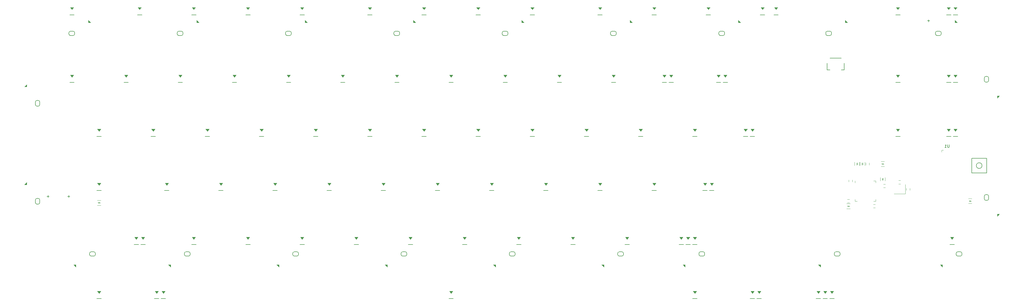
<source format=gbr>
%TF.GenerationSoftware,KiCad,Pcbnew,(5.1.10)-1*%
%TF.CreationDate,2022-04-07T18:11:12+07:00*%
%TF.ProjectId,solder,736f6c64-6572-42e6-9b69-6361645f7063,rev?*%
%TF.SameCoordinates,Original*%
%TF.FileFunction,Legend,Bot*%
%TF.FilePolarity,Positive*%
%FSLAX46Y46*%
G04 Gerber Fmt 4.6, Leading zero omitted, Abs format (unit mm)*
G04 Created by KiCad (PCBNEW (5.1.10)-1) date 2022-04-07 18:11:12*
%MOMM*%
%LPD*%
G01*
G04 APERTURE LIST*
%ADD10C,0.120000*%
%ADD11C,0.150000*%
%ADD12C,0.100000*%
G04 APERTURE END LIST*
D10*
%TO.C,U1*%
X339209349Y-76120690D02*
X339209349Y-76755690D01*
X339844349Y-76120690D02*
X339209349Y-76120690D01*
D11*
%TO.C,SW1*%
X349825296Y-84157881D02*
X355025296Y-84157881D01*
X355025296Y-84157881D02*
X355025296Y-78957881D01*
X355025296Y-78957881D02*
X349825296Y-78957881D01*
X349825296Y-78957881D02*
X349825296Y-84157881D01*
X353425296Y-81557881D02*
G75*
G03*
X353425296Y-81557881I-1000000J0D01*
G01*
D10*
%TO.C,R3*%
X43462536Y-93774767D02*
X42262536Y-93774767D01*
X42262536Y-95534767D02*
X43462536Y-95534767D01*
D12*
X43012536Y-94854767D02*
X43112536Y-94454767D01*
X42912536Y-94454767D02*
X43012536Y-94854767D01*
X42712536Y-94454767D02*
X42812536Y-94854767D01*
X42512536Y-94454767D02*
X42612536Y-94854767D01*
X42612536Y-94854767D02*
X42712536Y-94454767D01*
X43112536Y-94454767D02*
X43212536Y-94854767D01*
X42812536Y-94854767D02*
X42912536Y-94454767D01*
%TO.C,R2*%
X318542455Y-80762568D02*
X318442455Y-81162568D01*
X318242455Y-81162568D02*
X318142455Y-80762568D01*
X318742455Y-80762568D02*
X318642455Y-81162568D01*
X318842455Y-81162568D02*
X318742455Y-80762568D01*
X318642455Y-81162568D02*
X318542455Y-80762568D01*
X318442455Y-81162568D02*
X318342455Y-80762568D01*
X318342455Y-80762568D02*
X318242455Y-81162568D01*
D10*
X319092455Y-80082568D02*
X317892455Y-80082568D01*
X317892455Y-81842568D02*
X319092455Y-81842568D01*
D11*
%TO.C,RGB22*%
X73387656Y-113450096D02*
X74387656Y-113450096D01*
X74887656Y-112950096D02*
X74887656Y-112450096D01*
X74387656Y-111950096D02*
X73387656Y-111950096D01*
X72887656Y-112450096D02*
X72887656Y-112950096D01*
D12*
G36*
X67237656Y-116500096D02*
G01*
X68037656Y-116500096D01*
X68037656Y-117300096D01*
X67237656Y-116500096D01*
G37*
X67237656Y-116500096D02*
X68037656Y-116500096D01*
X68037656Y-117300096D01*
X67237656Y-116500096D01*
D11*
X74387656Y-113450096D02*
G75*
G03*
X74887656Y-112950096I0J500000D01*
G01*
X72887656Y-112950096D02*
G75*
G03*
X73387656Y-113450096I500000J0D01*
G01*
X73387656Y-111950096D02*
G75*
G03*
X72887656Y-112450096I0J-500000D01*
G01*
X74887656Y-112450096D02*
G75*
G03*
X74387656Y-111950096I-500000J0D01*
G01*
%TO.C,RGB21*%
X111487656Y-113450096D02*
X112487656Y-113450096D01*
X112987656Y-112950096D02*
X112987656Y-112450096D01*
X112487656Y-111950096D02*
X111487656Y-111950096D01*
X110987656Y-112450096D02*
X110987656Y-112950096D01*
D12*
G36*
X105337656Y-116500096D02*
G01*
X106137656Y-116500096D01*
X106137656Y-117300096D01*
X105337656Y-116500096D01*
G37*
X105337656Y-116500096D02*
X106137656Y-116500096D01*
X106137656Y-117300096D01*
X105337656Y-116500096D01*
D11*
X112487656Y-113450096D02*
G75*
G03*
X112987656Y-112950096I0J500000D01*
G01*
X110987656Y-112950096D02*
G75*
G03*
X111487656Y-113450096I500000J0D01*
G01*
X111487656Y-111950096D02*
G75*
G03*
X110987656Y-112450096I0J-500000D01*
G01*
X112987656Y-112450096D02*
G75*
G03*
X112487656Y-111950096I-500000J0D01*
G01*
%TO.C,RGB20*%
X149587656Y-113450096D02*
X150587656Y-113450096D01*
X151087656Y-112950096D02*
X151087656Y-112450096D01*
X150587656Y-111950096D02*
X149587656Y-111950096D01*
X149087656Y-112450096D02*
X149087656Y-112950096D01*
D12*
G36*
X143437656Y-116500096D02*
G01*
X144237656Y-116500096D01*
X144237656Y-117300096D01*
X143437656Y-116500096D01*
G37*
X143437656Y-116500096D02*
X144237656Y-116500096D01*
X144237656Y-117300096D01*
X143437656Y-116500096D01*
D11*
X150587656Y-113450096D02*
G75*
G03*
X151087656Y-112950096I0J500000D01*
G01*
X149087656Y-112950096D02*
G75*
G03*
X149587656Y-113450096I500000J0D01*
G01*
X149587656Y-111950096D02*
G75*
G03*
X149087656Y-112450096I0J-500000D01*
G01*
X151087656Y-112450096D02*
G75*
G03*
X150587656Y-111950096I-500000J0D01*
G01*
%TO.C,RGB19*%
X187687656Y-113450096D02*
X188687656Y-113450096D01*
X189187656Y-112950096D02*
X189187656Y-112450096D01*
X188687656Y-111950096D02*
X187687656Y-111950096D01*
X187187656Y-112450096D02*
X187187656Y-112950096D01*
D12*
G36*
X181537656Y-116500096D02*
G01*
X182337656Y-116500096D01*
X182337656Y-117300096D01*
X181537656Y-116500096D01*
G37*
X181537656Y-116500096D02*
X182337656Y-116500096D01*
X182337656Y-117300096D01*
X181537656Y-116500096D01*
D11*
X188687656Y-113450096D02*
G75*
G03*
X189187656Y-112950096I0J500000D01*
G01*
X187187656Y-112950096D02*
G75*
G03*
X187687656Y-113450096I500000J0D01*
G01*
X187687656Y-111950096D02*
G75*
G03*
X187187656Y-112450096I0J-500000D01*
G01*
X189187656Y-112450096D02*
G75*
G03*
X188687656Y-111950096I-500000J0D01*
G01*
%TO.C,RGB18*%
X225787688Y-113450096D02*
X226787688Y-113450096D01*
X227287688Y-112950096D02*
X227287688Y-112450096D01*
X226787688Y-111950096D02*
X225787688Y-111950096D01*
X225287688Y-112450096D02*
X225287688Y-112950096D01*
D12*
G36*
X219637688Y-116500096D02*
G01*
X220437688Y-116500096D01*
X220437688Y-117300096D01*
X219637688Y-116500096D01*
G37*
X219637688Y-116500096D02*
X220437688Y-116500096D01*
X220437688Y-117300096D01*
X219637688Y-116500096D01*
D11*
X226787688Y-113450096D02*
G75*
G03*
X227287688Y-112950096I0J500000D01*
G01*
X225287688Y-112950096D02*
G75*
G03*
X225787688Y-113450096I500000J0D01*
G01*
X225787688Y-111950096D02*
G75*
G03*
X225287688Y-112450096I0J-500000D01*
G01*
X227287688Y-112450096D02*
G75*
G03*
X226787688Y-111950096I-500000J0D01*
G01*
%TO.C,RGB17*%
X254362712Y-113450096D02*
X255362712Y-113450096D01*
X255862712Y-112950096D02*
X255862712Y-112450096D01*
X255362712Y-111950096D02*
X254362712Y-111950096D01*
X253862712Y-112450096D02*
X253862712Y-112950096D01*
D12*
G36*
X248212712Y-116500096D02*
G01*
X249012712Y-116500096D01*
X249012712Y-117300096D01*
X248212712Y-116500096D01*
G37*
X248212712Y-116500096D02*
X249012712Y-116500096D01*
X249012712Y-117300096D01*
X248212712Y-116500096D01*
D11*
X255362712Y-113450096D02*
G75*
G03*
X255862712Y-112950096I0J500000D01*
G01*
X253862712Y-112950096D02*
G75*
G03*
X254362712Y-113450096I500000J0D01*
G01*
X254362712Y-111950096D02*
G75*
G03*
X253862712Y-112450096I0J-500000D01*
G01*
X255862712Y-112450096D02*
G75*
G03*
X255362712Y-111950096I-500000J0D01*
G01*
%TO.C,RGB16*%
X301987752Y-113450096D02*
X302987752Y-113450096D01*
X303487752Y-112950096D02*
X303487752Y-112450096D01*
X302987752Y-111950096D02*
X301987752Y-111950096D01*
X301487752Y-112450096D02*
X301487752Y-112950096D01*
D12*
G36*
X295837752Y-116500096D02*
G01*
X296637752Y-116500096D01*
X296637752Y-117300096D01*
X295837752Y-116500096D01*
G37*
X295837752Y-116500096D02*
X296637752Y-116500096D01*
X296637752Y-117300096D01*
X295837752Y-116500096D01*
D11*
X302987752Y-113450096D02*
G75*
G03*
X303487752Y-112950096I0J500000D01*
G01*
X301487752Y-112950096D02*
G75*
G03*
X301987752Y-113450096I500000J0D01*
G01*
X301987752Y-111950096D02*
G75*
G03*
X301487752Y-112450096I0J-500000D01*
G01*
X303487752Y-112450096D02*
G75*
G03*
X302987752Y-111950096I-500000J0D01*
G01*
%TO.C,RGB15*%
X344850288Y-113450096D02*
X345850288Y-113450096D01*
X346350288Y-112950096D02*
X346350288Y-112450096D01*
X345850288Y-111950096D02*
X344850288Y-111950096D01*
X344350288Y-112450096D02*
X344350288Y-112950096D01*
D12*
G36*
X338700288Y-116500096D02*
G01*
X339500288Y-116500096D01*
X339500288Y-117300096D01*
X338700288Y-116500096D01*
G37*
X338700288Y-116500096D02*
X339500288Y-116500096D01*
X339500288Y-117300096D01*
X338700288Y-116500096D01*
D11*
X345850288Y-113450096D02*
G75*
G03*
X346350288Y-112950096I0J500000D01*
G01*
X344350288Y-112950096D02*
G75*
G03*
X344850288Y-113450096I500000J0D01*
G01*
X344850288Y-111950096D02*
G75*
G03*
X344350288Y-112450096I0J-500000D01*
G01*
X346350288Y-112450096D02*
G75*
G03*
X345850288Y-111950096I-500000J0D01*
G01*
%TO.C,RGB14*%
X355742487Y-93300080D02*
X355742487Y-92300080D01*
X355242487Y-91800080D02*
X354742487Y-91800080D01*
X354242487Y-92300080D02*
X354242487Y-93300080D01*
X354742487Y-93800080D02*
X355242487Y-93800080D01*
D12*
G36*
X358792487Y-99450080D02*
G01*
X358792487Y-98650080D01*
X359592487Y-98650080D01*
X358792487Y-99450080D01*
G37*
X358792487Y-99450080D02*
X358792487Y-98650080D01*
X359592487Y-98650080D01*
X358792487Y-99450080D01*
D11*
X355742487Y-92300080D02*
G75*
G03*
X355242487Y-91800080I-500000J0D01*
G01*
X355242487Y-93800080D02*
G75*
G03*
X355742487Y-93300080I0J500000D01*
G01*
X354242487Y-93300080D02*
G75*
G03*
X354742487Y-93800080I500000J0D01*
G01*
X354742487Y-91800080D02*
G75*
G03*
X354242487Y-92300080I0J-500000D01*
G01*
%TO.C,RGB13*%
X40050032Y-113450096D02*
X41050032Y-113450096D01*
X41550032Y-112950096D02*
X41550032Y-112450096D01*
X41050032Y-111950096D02*
X40050032Y-111950096D01*
X39550032Y-112450096D02*
X39550032Y-112950096D01*
D12*
G36*
X33900032Y-116500096D02*
G01*
X34700032Y-116500096D01*
X34700032Y-117300096D01*
X33900032Y-116500096D01*
G37*
X33900032Y-116500096D02*
X34700032Y-116500096D01*
X34700032Y-117300096D01*
X33900032Y-116500096D01*
D11*
X41050032Y-113450096D02*
G75*
G03*
X41550032Y-112950096I0J500000D01*
G01*
X39550032Y-112950096D02*
G75*
G03*
X40050032Y-113450096I500000J0D01*
G01*
X40050032Y-111950096D02*
G75*
G03*
X39550032Y-112450096I0J-500000D01*
G01*
X41550032Y-112450096D02*
G75*
G03*
X41050032Y-111950096I-500000J0D01*
G01*
%TO.C,RGB12*%
X20495329Y-93628202D02*
X20495329Y-94628202D01*
X20995329Y-95128202D02*
X21495329Y-95128202D01*
X21995329Y-94628202D02*
X21995329Y-93628202D01*
X21495329Y-93128202D02*
X20995329Y-93128202D01*
D12*
G36*
X17445329Y-87478202D02*
G01*
X17445329Y-88278202D01*
X16645329Y-88278202D01*
X17445329Y-87478202D01*
G37*
X17445329Y-87478202D02*
X17445329Y-88278202D01*
X16645329Y-88278202D01*
X17445329Y-87478202D01*
D11*
X20495329Y-94628202D02*
G75*
G03*
X20995329Y-95128202I500000J0D01*
G01*
X20995329Y-93128202D02*
G75*
G03*
X20495329Y-93628202I0J-500000D01*
G01*
X21995329Y-93628202D02*
G75*
G03*
X21495329Y-93128202I-500000J0D01*
G01*
X21495329Y-95128202D02*
G75*
G03*
X21995329Y-94628202I0J500000D01*
G01*
%TO.C,RGB11*%
X20495329Y-59100048D02*
X20495329Y-60100048D01*
X20995329Y-60600048D02*
X21495329Y-60600048D01*
X21995329Y-60100048D02*
X21995329Y-59100048D01*
X21495329Y-58600048D02*
X20995329Y-58600048D01*
D12*
G36*
X17445329Y-52950048D02*
G01*
X17445329Y-53750048D01*
X16645329Y-53750048D01*
X17445329Y-52950048D01*
G37*
X17445329Y-52950048D02*
X17445329Y-53750048D01*
X16645329Y-53750048D01*
X17445329Y-52950048D01*
D11*
X20495329Y-60100048D02*
G75*
G03*
X20995329Y-60600048I500000J0D01*
G01*
X20995329Y-58600048D02*
G75*
G03*
X20495329Y-59100048I0J-500000D01*
G01*
X21995329Y-59100048D02*
G75*
G03*
X21495329Y-58600048I-500000J0D01*
G01*
X21495329Y-60600048D02*
G75*
G03*
X21995329Y-60100048I0J500000D01*
G01*
%TO.C,RGB10*%
X33768780Y-34187528D02*
X32768780Y-34187528D01*
X32268780Y-34687528D02*
X32268780Y-35187528D01*
X32768780Y-35687528D02*
X33768780Y-35687528D01*
X34268780Y-35187528D02*
X34268780Y-34687528D01*
D12*
G36*
X39918780Y-31137528D02*
G01*
X39118780Y-31137528D01*
X39118780Y-30337528D01*
X39918780Y-31137528D01*
G37*
X39918780Y-31137528D02*
X39118780Y-31137528D01*
X39118780Y-30337528D01*
X39918780Y-31137528D01*
D11*
X32768780Y-34187528D02*
G75*
G03*
X32268780Y-34687528I0J-500000D01*
G01*
X34268780Y-34687528D02*
G75*
G03*
X33768780Y-34187528I-500000J0D01*
G01*
X33768780Y-35687528D02*
G75*
G03*
X34268780Y-35187528I0J500000D01*
G01*
X32268780Y-35187528D02*
G75*
G03*
X32768780Y-35687528I500000J0D01*
G01*
%TO.C,RGB9*%
X71868780Y-34187528D02*
X70868780Y-34187528D01*
X70368780Y-34687528D02*
X70368780Y-35187528D01*
X70868780Y-35687528D02*
X71868780Y-35687528D01*
X72368780Y-35187528D02*
X72368780Y-34687528D01*
D12*
G36*
X78018780Y-31137528D02*
G01*
X77218780Y-31137528D01*
X77218780Y-30337528D01*
X78018780Y-31137528D01*
G37*
X78018780Y-31137528D02*
X77218780Y-31137528D01*
X77218780Y-30337528D01*
X78018780Y-31137528D01*
D11*
X70868780Y-34187528D02*
G75*
G03*
X70368780Y-34687528I0J-500000D01*
G01*
X72368780Y-34687528D02*
G75*
G03*
X71868780Y-34187528I-500000J0D01*
G01*
X71868780Y-35687528D02*
G75*
G03*
X72368780Y-35187528I0J500000D01*
G01*
X70368780Y-35187528D02*
G75*
G03*
X70868780Y-35687528I500000J0D01*
G01*
%TO.C,RGB8*%
X109968780Y-34187528D02*
X108968780Y-34187528D01*
X108468780Y-34687528D02*
X108468780Y-35187528D01*
X108968780Y-35687528D02*
X109968780Y-35687528D01*
X110468780Y-35187528D02*
X110468780Y-34687528D01*
D12*
G36*
X116118780Y-31137528D02*
G01*
X115318780Y-31137528D01*
X115318780Y-30337528D01*
X116118780Y-31137528D01*
G37*
X116118780Y-31137528D02*
X115318780Y-31137528D01*
X115318780Y-30337528D01*
X116118780Y-31137528D01*
D11*
X108968780Y-34187528D02*
G75*
G03*
X108468780Y-34687528I0J-500000D01*
G01*
X110468780Y-34687528D02*
G75*
G03*
X109968780Y-34187528I-500000J0D01*
G01*
X109968780Y-35687528D02*
G75*
G03*
X110468780Y-35187528I0J500000D01*
G01*
X108468780Y-35187528D02*
G75*
G03*
X108968780Y-35687528I500000J0D01*
G01*
%TO.C,RGB7*%
X148068780Y-34187528D02*
X147068780Y-34187528D01*
X146568780Y-34687528D02*
X146568780Y-35187528D01*
X147068780Y-35687528D02*
X148068780Y-35687528D01*
X148568780Y-35187528D02*
X148568780Y-34687528D01*
D12*
G36*
X154218780Y-31137528D02*
G01*
X153418780Y-31137528D01*
X153418780Y-30337528D01*
X154218780Y-31137528D01*
G37*
X154218780Y-31137528D02*
X153418780Y-31137528D01*
X153418780Y-30337528D01*
X154218780Y-31137528D01*
D11*
X147068780Y-34187528D02*
G75*
G03*
X146568780Y-34687528I0J-500000D01*
G01*
X148568780Y-34687528D02*
G75*
G03*
X148068780Y-34187528I-500000J0D01*
G01*
X148068780Y-35687528D02*
G75*
G03*
X148568780Y-35187528I0J500000D01*
G01*
X146568780Y-35187528D02*
G75*
G03*
X147068780Y-35687528I500000J0D01*
G01*
%TO.C,RGB6*%
X186168780Y-34187528D02*
X185168780Y-34187528D01*
X184668780Y-34687528D02*
X184668780Y-35187528D01*
X185168780Y-35687528D02*
X186168780Y-35687528D01*
X186668780Y-35187528D02*
X186668780Y-34687528D01*
D12*
G36*
X192318780Y-31137528D02*
G01*
X191518780Y-31137528D01*
X191518780Y-30337528D01*
X192318780Y-31137528D01*
G37*
X192318780Y-31137528D02*
X191518780Y-31137528D01*
X191518780Y-30337528D01*
X192318780Y-31137528D01*
D11*
X185168780Y-34187528D02*
G75*
G03*
X184668780Y-34687528I0J-500000D01*
G01*
X186668780Y-34687528D02*
G75*
G03*
X186168780Y-34187528I-500000J0D01*
G01*
X186168780Y-35687528D02*
G75*
G03*
X186668780Y-35187528I0J500000D01*
G01*
X184668780Y-35187528D02*
G75*
G03*
X185168780Y-35687528I500000J0D01*
G01*
%TO.C,RGB5*%
X224268780Y-34187528D02*
X223268780Y-34187528D01*
X222768780Y-34687528D02*
X222768780Y-35187528D01*
X223268780Y-35687528D02*
X224268780Y-35687528D01*
X224768780Y-35187528D02*
X224768780Y-34687528D01*
D12*
G36*
X230418780Y-31137528D02*
G01*
X229618780Y-31137528D01*
X229618780Y-30337528D01*
X230418780Y-31137528D01*
G37*
X230418780Y-31137528D02*
X229618780Y-31137528D01*
X229618780Y-30337528D01*
X230418780Y-31137528D01*
D11*
X223268780Y-34187528D02*
G75*
G03*
X222768780Y-34687528I0J-500000D01*
G01*
X224768780Y-34687528D02*
G75*
G03*
X224268780Y-34187528I-500000J0D01*
G01*
X224268780Y-35687528D02*
G75*
G03*
X224768780Y-35187528I0J500000D01*
G01*
X222768780Y-35187528D02*
G75*
G03*
X223268780Y-35687528I500000J0D01*
G01*
%TO.C,RGB4*%
X262368780Y-34187528D02*
X261368780Y-34187528D01*
X260868780Y-34687528D02*
X260868780Y-35187528D01*
X261368780Y-35687528D02*
X262368780Y-35687528D01*
X262868780Y-35187528D02*
X262868780Y-34687528D01*
D12*
G36*
X268518780Y-31137528D02*
G01*
X267718780Y-31137528D01*
X267718780Y-30337528D01*
X268518780Y-31137528D01*
G37*
X268518780Y-31137528D02*
X267718780Y-31137528D01*
X267718780Y-30337528D01*
X268518780Y-31137528D01*
D11*
X261368780Y-34187528D02*
G75*
G03*
X260868780Y-34687528I0J-500000D01*
G01*
X262868780Y-34687528D02*
G75*
G03*
X262368780Y-34187528I-500000J0D01*
G01*
X262368780Y-35687528D02*
G75*
G03*
X262868780Y-35187528I0J500000D01*
G01*
X260868780Y-35187528D02*
G75*
G03*
X261368780Y-35687528I500000J0D01*
G01*
%TO.C,RGB3*%
X299968780Y-34187528D02*
X298968780Y-34187528D01*
X298468780Y-34687528D02*
X298468780Y-35187528D01*
X298968780Y-35687528D02*
X299968780Y-35687528D01*
X300468780Y-35187528D02*
X300468780Y-34687528D01*
D12*
G36*
X306118780Y-31137528D02*
G01*
X305318780Y-31137528D01*
X305318780Y-30337528D01*
X306118780Y-31137528D01*
G37*
X306118780Y-31137528D02*
X305318780Y-31137528D01*
X305318780Y-30337528D01*
X306118780Y-31137528D01*
D11*
X298968780Y-34187528D02*
G75*
G03*
X298468780Y-34687528I0J-500000D01*
G01*
X300468780Y-34687528D02*
G75*
G03*
X299968780Y-34187528I-500000J0D01*
G01*
X299968780Y-35687528D02*
G75*
G03*
X300468780Y-35187528I0J500000D01*
G01*
X298468780Y-35187528D02*
G75*
G03*
X298968780Y-35687528I500000J0D01*
G01*
%TO.C,RGB2*%
X338568780Y-34187528D02*
X337568780Y-34187528D01*
X337068780Y-34687528D02*
X337068780Y-35187528D01*
X337568780Y-35687528D02*
X338568780Y-35687528D01*
X339068780Y-35187528D02*
X339068780Y-34687528D01*
D12*
G36*
X344718780Y-31137528D02*
G01*
X343918780Y-31137528D01*
X343918780Y-30337528D01*
X344718780Y-31137528D01*
G37*
X344718780Y-31137528D02*
X343918780Y-31137528D01*
X343918780Y-30337528D01*
X344718780Y-31137528D01*
D11*
X337568780Y-34187528D02*
G75*
G03*
X337068780Y-34687528I0J-500000D01*
G01*
X339068780Y-34687528D02*
G75*
G03*
X338568780Y-34187528I-500000J0D01*
G01*
X338568780Y-35687528D02*
G75*
G03*
X339068780Y-35187528I0J500000D01*
G01*
X337068780Y-35187528D02*
G75*
G03*
X337568780Y-35687528I500000J0D01*
G01*
D12*
%TO.C,RGB1*%
G36*
X358792487Y-57778170D02*
G01*
X358792487Y-56978170D01*
X359592487Y-56978170D01*
X358792487Y-57778170D01*
G37*
X358792487Y-57778170D02*
X358792487Y-56978170D01*
X359592487Y-56978170D01*
X358792487Y-57778170D01*
D11*
X354742487Y-52128170D02*
X355242487Y-52128170D01*
X354242487Y-50628170D02*
X354242487Y-51628170D01*
X355242487Y-50128170D02*
X354742487Y-50128170D01*
X355742487Y-51628170D02*
X355742487Y-50628170D01*
X354742487Y-50128170D02*
G75*
G03*
X354242487Y-50628170I0J-500000D01*
G01*
X354242487Y-51628170D02*
G75*
G03*
X354742487Y-52128170I500000J0D01*
G01*
X355242487Y-52128170D02*
G75*
G03*
X355742487Y-51628170I0J500000D01*
G01*
X355742487Y-50628170D02*
G75*
G03*
X355242487Y-50128170I-500000J0D01*
G01*
D10*
%TO.C,R1*%
X348608105Y-94939454D02*
X349808105Y-94939454D01*
X349808105Y-93179454D02*
X348608105Y-93179454D01*
D12*
X349058105Y-93859454D02*
X348958105Y-94259454D01*
X349158105Y-94259454D02*
X349058105Y-93859454D01*
X349358105Y-94259454D02*
X349258105Y-93859454D01*
X349558105Y-94259454D02*
X349458105Y-93859454D01*
X349458105Y-93859454D02*
X349358105Y-94259454D01*
X348958105Y-94259454D02*
X348858105Y-93859454D01*
X349258105Y-93859454D02*
X349158105Y-94259454D01*
D11*
%TO.C,D90*%
X297451813Y-128406356D02*
X299051813Y-128406356D01*
D12*
G36*
X298251813Y-126606356D02*
G01*
X298851813Y-125806356D01*
X297651813Y-125806356D01*
X298251813Y-126606356D01*
G37*
X298251813Y-126606356D02*
X298851813Y-125806356D01*
X297651813Y-125806356D01*
X298251813Y-126606356D01*
D11*
%TO.C,D89*%
X343290914Y-71256308D02*
X344890914Y-71256308D01*
D12*
G36*
X344090914Y-69456308D02*
G01*
X344690914Y-68656308D01*
X343490914Y-68656308D01*
X344090914Y-69456308D01*
G37*
X344090914Y-69456308D02*
X344690914Y-68656308D01*
X343490914Y-68656308D01*
X344090914Y-69456308D01*
D11*
%TO.C,D88*%
X343290914Y-52206292D02*
X344890914Y-52206292D01*
D12*
G36*
X344090914Y-50406292D02*
G01*
X344690914Y-49606292D01*
X343490914Y-49606292D01*
X344090914Y-50406292D01*
G37*
X344090914Y-50406292D02*
X344690914Y-49606292D01*
X343490914Y-49606292D01*
X344090914Y-50406292D01*
D11*
%TO.C,D87*%
X343290625Y-28393750D02*
X344890625Y-28393750D01*
D12*
G36*
X344090625Y-26593750D02*
G01*
X344690625Y-25793750D01*
X343490625Y-25793750D01*
X344090625Y-26593750D01*
G37*
X344090625Y-26593750D02*
X344690625Y-25793750D01*
X343490625Y-25793750D01*
X344090625Y-26593750D01*
D11*
%TO.C,D86*%
X299833065Y-128406356D02*
X301433065Y-128406356D01*
D12*
G36*
X300633065Y-126606356D02*
G01*
X301233065Y-125806356D01*
X300033065Y-125806356D01*
X300633065Y-126606356D01*
G37*
X300633065Y-126606356D02*
X301233065Y-125806356D01*
X300033065Y-125806356D01*
X300633065Y-126606356D01*
D11*
%TO.C,D85*%
X342100288Y-109356340D02*
X343700288Y-109356340D01*
D12*
G36*
X342900288Y-107556340D02*
G01*
X343500288Y-106756340D01*
X342300288Y-106756340D01*
X342900288Y-107556340D01*
G37*
X342900288Y-107556340D02*
X343500288Y-106756340D01*
X342300288Y-106756340D01*
X342900288Y-107556340D01*
D11*
%TO.C,D83*%
X340909662Y-52206292D02*
X342509662Y-52206292D01*
D12*
G36*
X341709662Y-50406292D02*
G01*
X342309662Y-49606292D01*
X341109662Y-49606292D01*
X341709662Y-50406292D01*
G37*
X341709662Y-50406292D02*
X342309662Y-49606292D01*
X341109662Y-49606292D01*
X341709662Y-50406292D01*
D11*
%TO.C,D82*%
X340909375Y-28393750D02*
X342509375Y-28393750D01*
D12*
G36*
X341709375Y-26593750D02*
G01*
X342309375Y-25793750D01*
X341109375Y-25793750D01*
X341709375Y-26593750D01*
G37*
X341709375Y-26593750D02*
X342309375Y-25793750D01*
X341109375Y-25793750D01*
X341709375Y-26593750D01*
D11*
%TO.C,D81*%
X295070561Y-128406356D02*
X296670561Y-128406356D01*
D12*
G36*
X295870561Y-126606356D02*
G01*
X296470561Y-125806356D01*
X295270561Y-125806356D01*
X295870561Y-126606356D01*
G37*
X295870561Y-126606356D02*
X296470561Y-125806356D01*
X295270561Y-125806356D01*
X295870561Y-126606356D01*
D11*
%TO.C,D80*%
X323050272Y-71256308D02*
X324650272Y-71256308D01*
D12*
G36*
X323850272Y-69456308D02*
G01*
X324450272Y-68656308D01*
X323250272Y-68656308D01*
X323850272Y-69456308D01*
G37*
X323850272Y-69456308D02*
X324450272Y-68656308D01*
X323250272Y-68656308D01*
X323850272Y-69456308D01*
D11*
%TO.C,D79*%
X323050272Y-52206292D02*
X324650272Y-52206292D01*
D12*
G36*
X323850272Y-50406292D02*
G01*
X324450272Y-49606292D01*
X323250272Y-49606292D01*
X323850272Y-50406292D01*
G37*
X323850272Y-50406292D02*
X324450272Y-49606292D01*
X323250272Y-49606292D01*
X323850272Y-50406292D01*
D11*
%TO.C,D78*%
X323050000Y-28393750D02*
X324650000Y-28393750D01*
D12*
G36*
X323850000Y-26593750D02*
G01*
X324450000Y-25793750D01*
X323250000Y-25793750D01*
X323850000Y-26593750D01*
G37*
X323850000Y-26593750D02*
X324450000Y-25793750D01*
X323250000Y-25793750D01*
X323850000Y-26593750D01*
D11*
%TO.C,D77*%
X274234606Y-128406356D02*
X275834606Y-128406356D01*
D12*
G36*
X275034606Y-126606356D02*
G01*
X275634606Y-125806356D01*
X274434606Y-125806356D01*
X275034606Y-126606356D01*
G37*
X275034606Y-126606356D02*
X275634606Y-125806356D01*
X274434606Y-125806356D01*
X275034606Y-126606356D01*
D11*
%TO.C,D84*%
X340909662Y-71256308D02*
X342509662Y-71256308D01*
D12*
G36*
X341709662Y-69456308D02*
G01*
X342309662Y-68656308D01*
X341109662Y-68656308D01*
X341709662Y-69456308D01*
G37*
X341709662Y-69456308D02*
X342309662Y-68656308D01*
X341109662Y-68656308D01*
X341709662Y-69456308D01*
D11*
%TO.C,D76*%
X262328346Y-52206292D02*
X263928346Y-52206292D01*
D12*
G36*
X263128346Y-50406292D02*
G01*
X263728346Y-49606292D01*
X262528346Y-49606292D01*
X263128346Y-50406292D01*
G37*
X263128346Y-50406292D02*
X263728346Y-49606292D01*
X262528346Y-49606292D01*
X263128346Y-50406292D01*
D11*
%TO.C,D75*%
X271853354Y-128406356D02*
X273453354Y-128406356D01*
D12*
G36*
X272653354Y-126606356D02*
G01*
X273253354Y-125806356D01*
X272053354Y-125806356D01*
X272653354Y-126606356D01*
G37*
X272653354Y-126606356D02*
X273253354Y-125806356D01*
X272053354Y-125806356D01*
X272653354Y-126606356D01*
D11*
%TO.C,D74*%
X251612712Y-109356340D02*
X253212712Y-109356340D01*
D12*
G36*
X252412712Y-107556340D02*
G01*
X253012712Y-106756340D01*
X251812712Y-106756340D01*
X252412712Y-107556340D01*
G37*
X252412712Y-107556340D02*
X253012712Y-106756340D01*
X251812712Y-106756340D01*
X252412712Y-107556340D01*
D11*
%TO.C,D73*%
X257565842Y-90306324D02*
X259165842Y-90306324D01*
D12*
G36*
X258365842Y-88506324D02*
G01*
X258965842Y-87706324D01*
X257765842Y-87706324D01*
X258365842Y-88506324D01*
G37*
X258365842Y-88506324D02*
X258965842Y-87706324D01*
X257765842Y-87706324D01*
X258365842Y-88506324D01*
D11*
%TO.C,D72*%
X271853354Y-71256308D02*
X273453354Y-71256308D01*
D12*
G36*
X272653354Y-69456308D02*
G01*
X273253354Y-68656308D01*
X272053354Y-68656308D01*
X272653354Y-69456308D01*
G37*
X272653354Y-69456308D02*
X273253354Y-68656308D01*
X272053354Y-68656308D01*
X272653354Y-69456308D01*
D11*
%TO.C,D71*%
X259947094Y-52206292D02*
X261547094Y-52206292D01*
D12*
G36*
X260747094Y-50406292D02*
G01*
X261347094Y-49606292D01*
X260147094Y-49606292D01*
X260747094Y-50406292D01*
G37*
X260747094Y-50406292D02*
X261347094Y-49606292D01*
X260147094Y-49606292D01*
X260747094Y-50406292D01*
D11*
%TO.C,D70*%
X280187500Y-28393750D02*
X281787500Y-28393750D01*
D12*
G36*
X280987500Y-26593750D02*
G01*
X281587500Y-25793750D01*
X280387500Y-25793750D01*
X280987500Y-26593750D01*
G37*
X280987500Y-26593750D02*
X281587500Y-25793750D01*
X280387500Y-25793750D01*
X280987500Y-26593750D01*
D11*
%TO.C,D69*%
X251612712Y-128406356D02*
X253212712Y-128406356D01*
D12*
G36*
X252412712Y-126606356D02*
G01*
X253012712Y-125806356D01*
X251812712Y-125806356D01*
X252412712Y-126606356D01*
G37*
X252412712Y-126606356D02*
X253012712Y-125806356D01*
X251812712Y-125806356D01*
X252412712Y-126606356D01*
D11*
%TO.C,D68*%
X249231460Y-109356340D02*
X250831460Y-109356340D01*
D12*
G36*
X250031460Y-107556340D02*
G01*
X250631460Y-106756340D01*
X249431460Y-106756340D01*
X250031460Y-107556340D01*
G37*
X250031460Y-107556340D02*
X250631460Y-106756340D01*
X249431460Y-106756340D01*
X250031460Y-107556340D01*
D11*
%TO.C,D67*%
X269472102Y-71256308D02*
X271072102Y-71256308D01*
D12*
G36*
X270272102Y-69456308D02*
G01*
X270872102Y-68656308D01*
X269672102Y-68656308D01*
X270272102Y-69456308D01*
G37*
X270272102Y-69456308D02*
X270872102Y-68656308D01*
X269672102Y-68656308D01*
X270272102Y-69456308D01*
D11*
%TO.C,D66*%
X243278330Y-52206292D02*
X244878330Y-52206292D01*
D12*
G36*
X244078330Y-50406292D02*
G01*
X244678330Y-49606292D01*
X243478330Y-49606292D01*
X244078330Y-50406292D01*
G37*
X244078330Y-50406292D02*
X244678330Y-49606292D01*
X243478330Y-49606292D01*
X244078330Y-50406292D01*
D11*
%TO.C,D65*%
X275425000Y-28393750D02*
X277025000Y-28393750D01*
D12*
G36*
X276225000Y-26593750D02*
G01*
X276825000Y-25793750D01*
X275625000Y-25793750D01*
X276225000Y-26593750D01*
G37*
X276225000Y-26593750D02*
X276825000Y-25793750D01*
X275625000Y-25793750D01*
X276225000Y-26593750D01*
D11*
%TO.C,D64*%
X246850208Y-109356340D02*
X248450208Y-109356340D01*
D12*
G36*
X247650208Y-107556340D02*
G01*
X248250208Y-106756340D01*
X247050208Y-106756340D01*
X247650208Y-107556340D01*
G37*
X247650208Y-107556340D02*
X248250208Y-106756340D01*
X247050208Y-106756340D01*
X247650208Y-107556340D01*
D11*
%TO.C,D63*%
X255184590Y-90306324D02*
X256784590Y-90306324D01*
D12*
G36*
X255984590Y-88506324D02*
G01*
X256584590Y-87706324D01*
X255384590Y-87706324D01*
X255984590Y-88506324D01*
G37*
X255984590Y-88506324D02*
X256584590Y-87706324D01*
X255384590Y-87706324D01*
X255984590Y-88506324D01*
D11*
%TO.C,D62*%
X251612712Y-71256308D02*
X253212712Y-71256308D01*
D12*
G36*
X252412712Y-69456308D02*
G01*
X253012712Y-68656308D01*
X251812712Y-68656308D01*
X252412712Y-69456308D01*
G37*
X252412712Y-69456308D02*
X253012712Y-68656308D01*
X251812712Y-68656308D01*
X252412712Y-69456308D01*
D11*
%TO.C,D61*%
X240897078Y-52206292D02*
X242497078Y-52206292D01*
D12*
G36*
X241697078Y-50406292D02*
G01*
X242297078Y-49606292D01*
X241097078Y-49606292D01*
X241697078Y-50406292D01*
G37*
X241697078Y-50406292D02*
X242297078Y-49606292D01*
X241097078Y-49606292D01*
X241697078Y-50406292D01*
D11*
%TO.C,D60*%
X256375000Y-28393750D02*
X257975000Y-28393750D01*
D12*
G36*
X257175000Y-26593750D02*
G01*
X257775000Y-25793750D01*
X256575000Y-25793750D01*
X257175000Y-26593750D01*
G37*
X257175000Y-26593750D02*
X257775000Y-25793750D01*
X256575000Y-25793750D01*
X257175000Y-26593750D01*
D11*
%TO.C,D59*%
X227800192Y-109356340D02*
X229400192Y-109356340D01*
D12*
G36*
X228600192Y-107556340D02*
G01*
X229200192Y-106756340D01*
X228000192Y-106756340D01*
X228600192Y-107556340D01*
G37*
X228600192Y-107556340D02*
X229200192Y-106756340D01*
X228000192Y-106756340D01*
X228600192Y-107556340D01*
D11*
%TO.C,D58*%
X237325200Y-90306324D02*
X238925200Y-90306324D01*
D12*
G36*
X238125200Y-88506324D02*
G01*
X238725200Y-87706324D01*
X237525200Y-87706324D01*
X238125200Y-88506324D01*
G37*
X238125200Y-88506324D02*
X238725200Y-87706324D01*
X237525200Y-87706324D01*
X238125200Y-88506324D01*
D11*
%TO.C,D57*%
X232562696Y-71256308D02*
X234162696Y-71256308D01*
D12*
G36*
X233362696Y-69456308D02*
G01*
X233962696Y-68656308D01*
X232762696Y-68656308D01*
X233362696Y-69456308D01*
G37*
X233362696Y-69456308D02*
X233962696Y-68656308D01*
X232762696Y-68656308D01*
X233362696Y-69456308D01*
D11*
%TO.C,D56*%
X223037688Y-52206292D02*
X224637688Y-52206292D01*
D12*
G36*
X223837688Y-50406292D02*
G01*
X224437688Y-49606292D01*
X223237688Y-49606292D01*
X223837688Y-50406292D01*
G37*
X223837688Y-50406292D02*
X224437688Y-49606292D01*
X223237688Y-49606292D01*
X223837688Y-50406292D01*
D11*
%TO.C,D55*%
X237325000Y-28393750D02*
X238925000Y-28393750D01*
D12*
G36*
X238125000Y-26593750D02*
G01*
X238725000Y-25793750D01*
X237525000Y-25793750D01*
X238125000Y-26593750D01*
G37*
X238125000Y-26593750D02*
X238725000Y-25793750D01*
X237525000Y-25793750D01*
X238125000Y-26593750D01*
D11*
%TO.C,D54*%
X208750176Y-109356340D02*
X210350176Y-109356340D01*
D12*
G36*
X209550176Y-107556340D02*
G01*
X210150176Y-106756340D01*
X208950176Y-106756340D01*
X209550176Y-107556340D01*
G37*
X209550176Y-107556340D02*
X210150176Y-106756340D01*
X208950176Y-106756340D01*
X209550176Y-107556340D01*
D11*
%TO.C,D53*%
X218275184Y-90306324D02*
X219875184Y-90306324D01*
D12*
G36*
X219075184Y-88506324D02*
G01*
X219675184Y-87706324D01*
X218475184Y-87706324D01*
X219075184Y-88506324D01*
G37*
X219075184Y-88506324D02*
X219675184Y-87706324D01*
X218475184Y-87706324D01*
X219075184Y-88506324D01*
D11*
%TO.C,D52*%
X213512680Y-71256308D02*
X215112680Y-71256308D01*
D12*
G36*
X214312680Y-69456308D02*
G01*
X214912680Y-68656308D01*
X213712680Y-68656308D01*
X214312680Y-69456308D01*
G37*
X214312680Y-69456308D02*
X214912680Y-68656308D01*
X213712680Y-68656308D01*
X214312680Y-69456308D01*
D11*
%TO.C,D51*%
X203987672Y-52206292D02*
X205587672Y-52206292D01*
D12*
G36*
X204787672Y-50406292D02*
G01*
X205387672Y-49606292D01*
X204187672Y-49606292D01*
X204787672Y-50406292D01*
G37*
X204787672Y-50406292D02*
X205387672Y-49606292D01*
X204187672Y-49606292D01*
X204787672Y-50406292D01*
D11*
%TO.C,D50*%
X218275000Y-28393750D02*
X219875000Y-28393750D01*
D12*
G36*
X219075000Y-26593750D02*
G01*
X219675000Y-25793750D01*
X218475000Y-25793750D01*
X219075000Y-26593750D01*
G37*
X219075000Y-26593750D02*
X219675000Y-25793750D01*
X218475000Y-25793750D01*
X219075000Y-26593750D01*
D11*
%TO.C,D49*%
X189700160Y-109356340D02*
X191300160Y-109356340D01*
D12*
G36*
X190500160Y-107556340D02*
G01*
X191100160Y-106756340D01*
X189900160Y-106756340D01*
X190500160Y-107556340D01*
G37*
X190500160Y-107556340D02*
X191100160Y-106756340D01*
X189900160Y-106756340D01*
X190500160Y-107556340D01*
D11*
%TO.C,D48*%
X199225168Y-90306324D02*
X200825168Y-90306324D01*
D12*
G36*
X200025168Y-88506324D02*
G01*
X200625168Y-87706324D01*
X199425168Y-87706324D01*
X200025168Y-88506324D01*
G37*
X200025168Y-88506324D02*
X200625168Y-87706324D01*
X199425168Y-87706324D01*
X200025168Y-88506324D01*
D11*
%TO.C,D47*%
X194462664Y-71256308D02*
X196062664Y-71256308D01*
D12*
G36*
X195262664Y-69456308D02*
G01*
X195862664Y-68656308D01*
X194662664Y-68656308D01*
X195262664Y-69456308D01*
G37*
X195262664Y-69456308D02*
X195862664Y-68656308D01*
X194662664Y-68656308D01*
X195262664Y-69456308D01*
D11*
%TO.C,D46*%
X184937656Y-52206292D02*
X186537656Y-52206292D01*
D12*
G36*
X185737656Y-50406292D02*
G01*
X186337656Y-49606292D01*
X185137656Y-49606292D01*
X185737656Y-50406292D01*
G37*
X185737656Y-50406292D02*
X186337656Y-49606292D01*
X185137656Y-49606292D01*
X185737656Y-50406292D01*
D11*
%TO.C,D45*%
X194462500Y-28393750D02*
X196062500Y-28393750D01*
D12*
G36*
X195262500Y-26593750D02*
G01*
X195862500Y-25793750D01*
X194662500Y-25793750D01*
X195262500Y-26593750D01*
G37*
X195262500Y-26593750D02*
X195862500Y-25793750D01*
X194662500Y-25793750D01*
X195262500Y-26593750D01*
D11*
%TO.C,D44*%
X165887640Y-128406356D02*
X167487640Y-128406356D01*
D12*
G36*
X166687640Y-126606356D02*
G01*
X167287640Y-125806356D01*
X166087640Y-125806356D01*
X166687640Y-126606356D01*
G37*
X166687640Y-126606356D02*
X167287640Y-125806356D01*
X166087640Y-125806356D01*
X166687640Y-126606356D01*
D11*
%TO.C,D43*%
X170650144Y-109356340D02*
X172250144Y-109356340D01*
D12*
G36*
X171450144Y-107556340D02*
G01*
X172050144Y-106756340D01*
X170850144Y-106756340D01*
X171450144Y-107556340D01*
G37*
X171450144Y-107556340D02*
X172050144Y-106756340D01*
X170850144Y-106756340D01*
X171450144Y-107556340D01*
D11*
%TO.C,D42*%
X180175152Y-90306324D02*
X181775152Y-90306324D01*
D12*
G36*
X180975152Y-88506324D02*
G01*
X181575152Y-87706324D01*
X180375152Y-87706324D01*
X180975152Y-88506324D01*
G37*
X180975152Y-88506324D02*
X181575152Y-87706324D01*
X180375152Y-87706324D01*
X180975152Y-88506324D01*
D11*
%TO.C,D41*%
X175412648Y-71256308D02*
X177012648Y-71256308D01*
D12*
G36*
X176212648Y-69456308D02*
G01*
X176812648Y-68656308D01*
X175612648Y-68656308D01*
X176212648Y-69456308D01*
G37*
X176212648Y-69456308D02*
X176812648Y-68656308D01*
X175612648Y-68656308D01*
X176212648Y-69456308D01*
D11*
%TO.C,D40*%
X165887640Y-52206292D02*
X167487640Y-52206292D01*
D12*
G36*
X166687640Y-50406292D02*
G01*
X167287640Y-49606292D01*
X166087640Y-49606292D01*
X166687640Y-50406292D01*
G37*
X166687640Y-50406292D02*
X167287640Y-49606292D01*
X166087640Y-49606292D01*
X166687640Y-50406292D01*
D11*
%TO.C,D39*%
X175412500Y-28393750D02*
X177012500Y-28393750D01*
D12*
G36*
X176212500Y-26593750D02*
G01*
X176812500Y-25793750D01*
X175612500Y-25793750D01*
X176212500Y-26593750D01*
G37*
X176212500Y-26593750D02*
X176812500Y-25793750D01*
X175612500Y-25793750D01*
X176212500Y-26593750D01*
D11*
%TO.C,D38*%
X151600128Y-109356340D02*
X153200128Y-109356340D01*
D12*
G36*
X152400128Y-107556340D02*
G01*
X153000128Y-106756340D01*
X151800128Y-106756340D01*
X152400128Y-107556340D01*
G37*
X152400128Y-107556340D02*
X153000128Y-106756340D01*
X151800128Y-106756340D01*
X152400128Y-107556340D01*
D11*
%TO.C,D37*%
X161125136Y-90306324D02*
X162725136Y-90306324D01*
D12*
G36*
X161925136Y-88506324D02*
G01*
X162525136Y-87706324D01*
X161325136Y-87706324D01*
X161925136Y-88506324D01*
G37*
X161925136Y-88506324D02*
X162525136Y-87706324D01*
X161325136Y-87706324D01*
X161925136Y-88506324D01*
D11*
%TO.C,D36*%
X156362632Y-71256308D02*
X157962632Y-71256308D01*
D12*
G36*
X157162632Y-69456308D02*
G01*
X157762632Y-68656308D01*
X156562632Y-68656308D01*
X157162632Y-69456308D01*
G37*
X157162632Y-69456308D02*
X157762632Y-68656308D01*
X156562632Y-68656308D01*
X157162632Y-69456308D01*
D11*
%TO.C,D35*%
X146837624Y-52206292D02*
X148437624Y-52206292D01*
D12*
G36*
X147637624Y-50406292D02*
G01*
X148237624Y-49606292D01*
X147037624Y-49606292D01*
X147637624Y-50406292D01*
G37*
X147637624Y-50406292D02*
X148237624Y-49606292D01*
X147037624Y-49606292D01*
X147637624Y-50406292D01*
D11*
%TO.C,D34*%
X156362500Y-28393750D02*
X157962500Y-28393750D01*
D12*
G36*
X157162500Y-26593750D02*
G01*
X157762500Y-25793750D01*
X156562500Y-25793750D01*
X157162500Y-26593750D01*
G37*
X157162500Y-26593750D02*
X157762500Y-25793750D01*
X156562500Y-25793750D01*
X157162500Y-26593750D01*
D11*
%TO.C,D33*%
X132550112Y-109356340D02*
X134150112Y-109356340D01*
D12*
G36*
X133350112Y-107556340D02*
G01*
X133950112Y-106756340D01*
X132750112Y-106756340D01*
X133350112Y-107556340D01*
G37*
X133350112Y-107556340D02*
X133950112Y-106756340D01*
X132750112Y-106756340D01*
X133350112Y-107556340D01*
D11*
%TO.C,D32*%
X142075120Y-90306324D02*
X143675120Y-90306324D01*
D12*
G36*
X142875120Y-88506324D02*
G01*
X143475120Y-87706324D01*
X142275120Y-87706324D01*
X142875120Y-88506324D01*
G37*
X142875120Y-88506324D02*
X143475120Y-87706324D01*
X142275120Y-87706324D01*
X142875120Y-88506324D01*
D11*
%TO.C,D31*%
X137312616Y-71256308D02*
X138912616Y-71256308D01*
D12*
G36*
X138112616Y-69456308D02*
G01*
X138712616Y-68656308D01*
X137512616Y-68656308D01*
X138112616Y-69456308D01*
G37*
X138112616Y-69456308D02*
X138712616Y-68656308D01*
X137512616Y-68656308D01*
X138112616Y-69456308D01*
D11*
%TO.C,D30*%
X127787608Y-52206292D02*
X129387608Y-52206292D01*
D12*
G36*
X128587608Y-50406292D02*
G01*
X129187608Y-49606292D01*
X127987608Y-49606292D01*
X128587608Y-50406292D01*
G37*
X128587608Y-50406292D02*
X129187608Y-49606292D01*
X127987608Y-49606292D01*
X128587608Y-50406292D01*
D11*
%TO.C,D29*%
X137312500Y-28393750D02*
X138912500Y-28393750D01*
D12*
G36*
X138112500Y-26593750D02*
G01*
X138712500Y-25793750D01*
X137512500Y-25793750D01*
X138112500Y-26593750D01*
G37*
X138112500Y-26593750D02*
X138712500Y-25793750D01*
X137512500Y-25793750D01*
X138112500Y-26593750D01*
D11*
%TO.C,D28*%
X113500096Y-109356340D02*
X115100096Y-109356340D01*
D12*
G36*
X114300096Y-107556340D02*
G01*
X114900096Y-106756340D01*
X113700096Y-106756340D01*
X114300096Y-107556340D01*
G37*
X114300096Y-107556340D02*
X114900096Y-106756340D01*
X113700096Y-106756340D01*
X114300096Y-107556340D01*
D11*
%TO.C,D27*%
X123025104Y-90306324D02*
X124625104Y-90306324D01*
D12*
G36*
X123825104Y-88506324D02*
G01*
X124425104Y-87706324D01*
X123225104Y-87706324D01*
X123825104Y-88506324D01*
G37*
X123825104Y-88506324D02*
X124425104Y-87706324D01*
X123225104Y-87706324D01*
X123825104Y-88506324D01*
D11*
%TO.C,D26*%
X118262600Y-71256308D02*
X119862600Y-71256308D01*
D12*
G36*
X119062600Y-69456308D02*
G01*
X119662600Y-68656308D01*
X118462600Y-68656308D01*
X119062600Y-69456308D01*
G37*
X119062600Y-69456308D02*
X119662600Y-68656308D01*
X118462600Y-68656308D01*
X119062600Y-69456308D01*
D11*
%TO.C,D25*%
X108737592Y-52206292D02*
X110337592Y-52206292D01*
D12*
G36*
X109537592Y-50406292D02*
G01*
X110137592Y-49606292D01*
X108937592Y-49606292D01*
X109537592Y-50406292D01*
G37*
X109537592Y-50406292D02*
X110137592Y-49606292D01*
X108937592Y-49606292D01*
X109537592Y-50406292D01*
D11*
%TO.C,D24*%
X113500000Y-28393750D02*
X115100000Y-28393750D01*
D12*
G36*
X114300000Y-26593750D02*
G01*
X114900000Y-25793750D01*
X113700000Y-25793750D01*
X114300000Y-26593750D01*
G37*
X114300000Y-26593750D02*
X114900000Y-25793750D01*
X113700000Y-25793750D01*
X114300000Y-26593750D01*
D11*
%TO.C,D23*%
X94450080Y-109356340D02*
X96050080Y-109356340D01*
D12*
G36*
X95250080Y-107556340D02*
G01*
X95850080Y-106756340D01*
X94650080Y-106756340D01*
X95250080Y-107556340D01*
G37*
X95250080Y-107556340D02*
X95850080Y-106756340D01*
X94650080Y-106756340D01*
X95250080Y-107556340D01*
D11*
%TO.C,D22*%
X103975088Y-90306324D02*
X105575088Y-90306324D01*
D12*
G36*
X104775088Y-88506324D02*
G01*
X105375088Y-87706324D01*
X104175088Y-87706324D01*
X104775088Y-88506324D01*
G37*
X104775088Y-88506324D02*
X105375088Y-87706324D01*
X104175088Y-87706324D01*
X104775088Y-88506324D01*
D11*
%TO.C,D21*%
X99212584Y-71256308D02*
X100812584Y-71256308D01*
D12*
G36*
X100012584Y-69456308D02*
G01*
X100612584Y-68656308D01*
X99412584Y-68656308D01*
X100012584Y-69456308D01*
G37*
X100012584Y-69456308D02*
X100612584Y-68656308D01*
X99412584Y-68656308D01*
X100012584Y-69456308D01*
D11*
%TO.C,D20*%
X89687576Y-52206292D02*
X91287576Y-52206292D01*
D12*
G36*
X90487576Y-50406292D02*
G01*
X91087576Y-49606292D01*
X89887576Y-49606292D01*
X90487576Y-50406292D01*
G37*
X90487576Y-50406292D02*
X91087576Y-49606292D01*
X89887576Y-49606292D01*
X90487576Y-50406292D01*
D11*
%TO.C,D19*%
X94450000Y-28393750D02*
X96050000Y-28393750D01*
D12*
G36*
X95250000Y-26593750D02*
G01*
X95850000Y-25793750D01*
X94650000Y-25793750D01*
X95250000Y-26593750D01*
G37*
X95250000Y-26593750D02*
X95850000Y-25793750D01*
X94650000Y-25793750D01*
X95250000Y-26593750D01*
D11*
%TO.C,D18*%
X64684430Y-128406356D02*
X66284430Y-128406356D01*
D12*
G36*
X65484430Y-126606356D02*
G01*
X66084430Y-125806356D01*
X64884430Y-125806356D01*
X65484430Y-126606356D01*
G37*
X65484430Y-126606356D02*
X66084430Y-125806356D01*
X64884430Y-125806356D01*
X65484430Y-126606356D01*
D11*
%TO.C,D17*%
X75400064Y-109356340D02*
X77000064Y-109356340D01*
D12*
G36*
X76200064Y-107556340D02*
G01*
X76800064Y-106756340D01*
X75600064Y-106756340D01*
X76200064Y-107556340D01*
G37*
X76200064Y-107556340D02*
X76800064Y-106756340D01*
X75600064Y-106756340D01*
X76200064Y-107556340D01*
D11*
%TO.C,D16*%
X84925072Y-90306324D02*
X86525072Y-90306324D01*
D12*
G36*
X85725072Y-88506324D02*
G01*
X86325072Y-87706324D01*
X85125072Y-87706324D01*
X85725072Y-88506324D01*
G37*
X85725072Y-88506324D02*
X86325072Y-87706324D01*
X85125072Y-87706324D01*
X85725072Y-88506324D01*
D11*
%TO.C,D15*%
X80162568Y-71256308D02*
X81762568Y-71256308D01*
D12*
G36*
X80962568Y-69456308D02*
G01*
X81562568Y-68656308D01*
X80362568Y-68656308D01*
X80962568Y-69456308D01*
G37*
X80962568Y-69456308D02*
X81562568Y-68656308D01*
X80362568Y-68656308D01*
X80962568Y-69456308D01*
D11*
%TO.C,D14*%
X70637560Y-52206292D02*
X72237560Y-52206292D01*
D12*
G36*
X71437560Y-50406292D02*
G01*
X72037560Y-49606292D01*
X70837560Y-49606292D01*
X71437560Y-50406292D01*
G37*
X71437560Y-50406292D02*
X72037560Y-49606292D01*
X70837560Y-49606292D01*
X71437560Y-50406292D01*
D11*
%TO.C,D13*%
X75400000Y-28393750D02*
X77000000Y-28393750D01*
D12*
G36*
X76200000Y-26593750D02*
G01*
X76800000Y-25793750D01*
X75600000Y-25793750D01*
X76200000Y-26593750D01*
G37*
X76200000Y-26593750D02*
X76800000Y-25793750D01*
X75600000Y-25793750D01*
X76200000Y-26593750D01*
D11*
%TO.C,D12*%
X62303178Y-128406356D02*
X63903178Y-128406356D01*
D12*
G36*
X63103178Y-126606356D02*
G01*
X63703178Y-125806356D01*
X62503178Y-125806356D01*
X63103178Y-126606356D01*
G37*
X63103178Y-126606356D02*
X63703178Y-125806356D01*
X62503178Y-125806356D01*
X63103178Y-126606356D01*
D11*
%TO.C,D11*%
X57540674Y-109356340D02*
X59140674Y-109356340D01*
D12*
G36*
X58340674Y-107556340D02*
G01*
X58940674Y-106756340D01*
X57740674Y-106756340D01*
X58340674Y-107556340D01*
G37*
X58340674Y-107556340D02*
X58940674Y-106756340D01*
X57740674Y-106756340D01*
X58340674Y-107556340D01*
D11*
%TO.C,D10*%
X65875056Y-90306324D02*
X67475056Y-90306324D01*
D12*
G36*
X66675056Y-88506324D02*
G01*
X67275056Y-87706324D01*
X66075056Y-87706324D01*
X66675056Y-88506324D01*
G37*
X66675056Y-88506324D02*
X67275056Y-87706324D01*
X66075056Y-87706324D01*
X66675056Y-88506324D01*
D11*
%TO.C,D9*%
X61112552Y-71256308D02*
X62712552Y-71256308D01*
D12*
G36*
X61912552Y-69456308D02*
G01*
X62512552Y-68656308D01*
X61312552Y-68656308D01*
X61912552Y-69456308D01*
G37*
X61912552Y-69456308D02*
X62512552Y-68656308D01*
X61312552Y-68656308D01*
X61912552Y-69456308D01*
D11*
%TO.C,D8*%
X51587544Y-52206292D02*
X53187544Y-52206292D01*
D12*
G36*
X52387544Y-50406292D02*
G01*
X52987544Y-49606292D01*
X51787544Y-49606292D01*
X52387544Y-50406292D01*
G37*
X52387544Y-50406292D02*
X52987544Y-49606292D01*
X51787544Y-49606292D01*
X52387544Y-50406292D01*
D11*
%TO.C,D7*%
X56350000Y-28393750D02*
X57950000Y-28393750D01*
D12*
G36*
X57150000Y-26593750D02*
G01*
X57750000Y-25793750D01*
X56550000Y-25793750D01*
X57150000Y-26593750D01*
G37*
X57150000Y-26593750D02*
X57750000Y-25793750D01*
X56550000Y-25793750D01*
X57150000Y-26593750D01*
D11*
%TO.C,D6*%
X42062536Y-128406356D02*
X43662536Y-128406356D01*
D12*
G36*
X42862536Y-126606356D02*
G01*
X43462536Y-125806356D01*
X42262536Y-125806356D01*
X42862536Y-126606356D01*
G37*
X42862536Y-126606356D02*
X43462536Y-125806356D01*
X42262536Y-125806356D01*
X42862536Y-126606356D01*
D11*
%TO.C,D5*%
X55159422Y-109356340D02*
X56759422Y-109356340D01*
D12*
G36*
X55959422Y-107556340D02*
G01*
X56559422Y-106756340D01*
X55359422Y-106756340D01*
X55959422Y-107556340D01*
G37*
X55959422Y-107556340D02*
X56559422Y-106756340D01*
X55359422Y-106756340D01*
X55959422Y-107556340D01*
D11*
%TO.C,D4*%
X42062536Y-90306324D02*
X43662536Y-90306324D01*
D12*
G36*
X42862536Y-88506324D02*
G01*
X43462536Y-87706324D01*
X42262536Y-87706324D01*
X42862536Y-88506324D01*
G37*
X42862536Y-88506324D02*
X43462536Y-87706324D01*
X42262536Y-87706324D01*
X42862536Y-88506324D01*
D11*
%TO.C,D3*%
X42062536Y-71256308D02*
X43662536Y-71256308D01*
D12*
G36*
X42862536Y-69456308D02*
G01*
X43462536Y-68656308D01*
X42262536Y-68656308D01*
X42862536Y-69456308D01*
G37*
X42862536Y-69456308D02*
X43462536Y-68656308D01*
X42262536Y-68656308D01*
X42862536Y-69456308D01*
D11*
%TO.C,D2*%
X32537528Y-52206292D02*
X34137528Y-52206292D01*
D12*
G36*
X33337528Y-50406292D02*
G01*
X33937528Y-49606292D01*
X32737528Y-49606292D01*
X33337528Y-50406292D01*
G37*
X33337528Y-50406292D02*
X33937528Y-49606292D01*
X32737528Y-49606292D01*
X33337528Y-50406292D01*
D11*
%TO.C,D1*%
X32537500Y-28393750D02*
X34137500Y-28393750D01*
D12*
G36*
X33337500Y-26593750D02*
G01*
X33937500Y-25793750D01*
X32737500Y-25793750D01*
X33337500Y-26593750D01*
G37*
X33337500Y-26593750D02*
X33937500Y-25793750D01*
X32737500Y-25793750D01*
X33337500Y-26593750D01*
D10*
%TO.C,Y1*%
X326445585Y-88242263D02*
X326445585Y-91542263D01*
X326445585Y-91542263D02*
X322445585Y-91542263D01*
%TO.C,U2*%
X308780264Y-87652263D02*
X308780264Y-86927263D01*
X316000264Y-94147263D02*
X315275264Y-94147263D01*
X316000264Y-93422263D02*
X316000264Y-94147263D01*
X316000264Y-86927263D02*
X315275264Y-86927263D01*
X316000264Y-87652263D02*
X316000264Y-86927263D01*
X308780264Y-94147263D02*
X309505264Y-94147263D01*
X308780264Y-93422263D02*
X308780264Y-94147263D01*
%TO.C,R7*%
X307031508Y-94965393D02*
X305831508Y-94965393D01*
X305831508Y-96725393D02*
X307031508Y-96725393D01*
D12*
X306581508Y-96045393D02*
X306681508Y-95645393D01*
X306481508Y-95645393D02*
X306581508Y-96045393D01*
X306281508Y-95645393D02*
X306381508Y-96045393D01*
X306081508Y-95645393D02*
X306181508Y-96045393D01*
X306181508Y-96045393D02*
X306281508Y-95645393D01*
X306681508Y-95645393D02*
X306781508Y-96045393D01*
X306381508Y-96045393D02*
X306481508Y-95645393D01*
D10*
%TO.C,R6*%
X317612455Y-85720385D02*
X317612455Y-86920385D01*
X319372455Y-86920385D02*
X319372455Y-85720385D01*
D12*
X318692455Y-86170385D02*
X318292455Y-86070385D01*
X318292455Y-86270385D02*
X318692455Y-86170385D01*
X318292455Y-86470385D02*
X318692455Y-86370385D01*
X318292455Y-86670385D02*
X318692455Y-86570385D01*
X318692455Y-86570385D02*
X318292455Y-86470385D01*
X318292455Y-86070385D02*
X318692455Y-85970385D01*
X318692455Y-86370385D02*
X318292455Y-86270385D01*
D10*
%TO.C,R5*%
X308582760Y-80362568D02*
X308582760Y-81562568D01*
X310342760Y-81562568D02*
X310342760Y-80362568D01*
D12*
X309662760Y-80812568D02*
X309262760Y-80712568D01*
X309262760Y-80912568D02*
X309662760Y-80812568D01*
X309262760Y-81112568D02*
X309662760Y-81012568D01*
X309262760Y-81312568D02*
X309662760Y-81212568D01*
X309662760Y-81212568D02*
X309262760Y-81112568D01*
X309262760Y-80712568D02*
X309662760Y-80612568D01*
X309662760Y-81012568D02*
X309262760Y-80912568D01*
D10*
%TO.C,R4*%
X310468699Y-80362568D02*
X310468699Y-81562568D01*
X312228699Y-81562568D02*
X312228699Y-80362568D01*
D12*
X311548699Y-80812568D02*
X311148699Y-80712568D01*
X311148699Y-80912568D02*
X311548699Y-80812568D01*
X311148699Y-81112568D02*
X311548699Y-81012568D01*
X311148699Y-81312568D02*
X311548699Y-81212568D01*
X311548699Y-81212568D02*
X311148699Y-81112568D01*
X311148699Y-80712568D02*
X311548699Y-80612568D01*
X311548699Y-81012568D02*
X311148699Y-80912568D01*
D11*
%TO.C,J1*%
X303919004Y-47857849D02*
X304919004Y-47857849D01*
X304919004Y-47857849D02*
X304919004Y-45457849D01*
X303919004Y-43657849D02*
X299919004Y-43657849D01*
X298919004Y-45457849D02*
X298919004Y-47857849D01*
X298919004Y-47857849D02*
X299919004Y-47857849D01*
D10*
%TO.C,C7*%
X306771508Y-93459454D02*
X306071508Y-93459454D01*
X306071508Y-94659454D02*
X306771508Y-94659454D01*
%TO.C,C6*%
X312534638Y-80612568D02*
X312534638Y-81312568D01*
X313734638Y-81312568D02*
X313734638Y-80612568D01*
%TO.C,C5*%
X315165890Y-96445393D02*
X315865890Y-96445393D01*
X315865890Y-95245393D02*
X315165890Y-95245393D01*
%TO.C,C4*%
X319437768Y-88101637D02*
X318737768Y-88101637D01*
X318737768Y-89301637D02*
X319437768Y-89301637D01*
%TO.C,C3*%
X324795585Y-86811011D02*
X324095585Y-86811011D01*
X324095585Y-88011011D02*
X324795585Y-88011011D01*
%TO.C,C2*%
X326822150Y-89542263D02*
X326822150Y-90242263D01*
X328022150Y-90242263D02*
X328022150Y-89542263D01*
%TO.C,C1*%
X306581508Y-86565698D02*
X306581508Y-87265698D01*
X307781508Y-87265698D02*
X307781508Y-86565698D01*
%TO.C,U1*%
D11*
X341876253Y-74143070D02*
X341876253Y-74952594D01*
X341828634Y-75047832D01*
X341781015Y-75095451D01*
X341685777Y-75143070D01*
X341495301Y-75143070D01*
X341400063Y-75095451D01*
X341352444Y-75047832D01*
X341304825Y-74952594D01*
X341304825Y-74143070D01*
X340304825Y-75143070D02*
X340876253Y-75143070D01*
X340590539Y-75143070D02*
X340590539Y-74143070D01*
X340685777Y-74285928D01*
X340781015Y-74381166D01*
X340876253Y-74428785D01*
%TO.C,LED3*%
X31845297Y-92400428D02*
X32607202Y-92400428D01*
X32226250Y-92781380D02*
X32226250Y-92019476D01*
%TO.C,LED2*%
X24542819Y-92400500D02*
X25304724Y-92400500D01*
X24923772Y-92781452D02*
X24923772Y-92019548D01*
%TO.C,LED1*%
X334264047Y-30487928D02*
X335025952Y-30487928D01*
X334645000Y-30868880D02*
X334645000Y-30106976D01*
%TD*%
M02*

</source>
